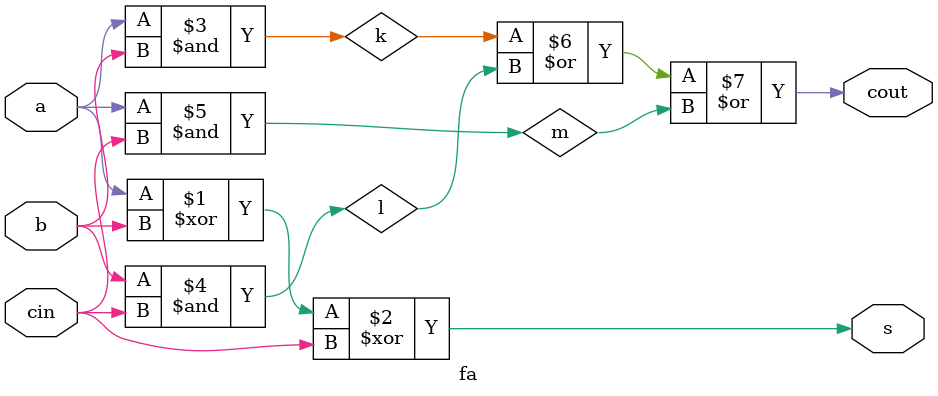
<source format=v>
`timescale 1ns / 1ps
module fa(a,b,cin,s,cout);
input a,b,cin;
output s,cout;
wire k,l,m;

xor g1(s,a,b,cin);
and g2(k,a,b);
and g3(l,b,cin);
and g4(m,a,cin);
or g5(cout,k,l,m);
endmodule

</source>
